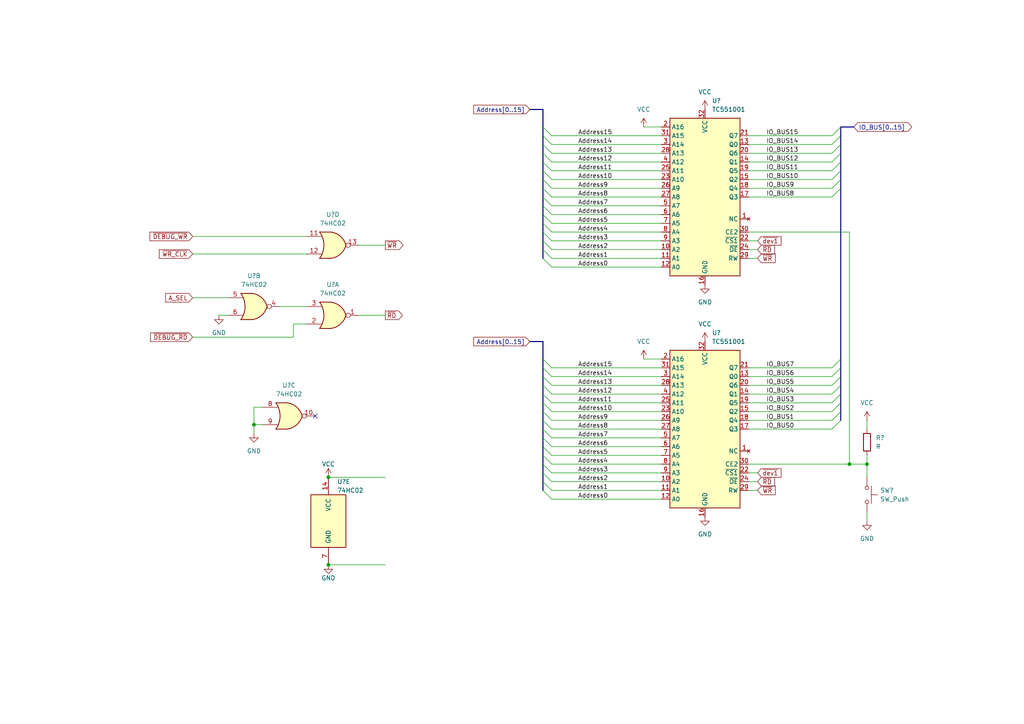
<source format=kicad_sch>
(kicad_sch (version 20211123) (generator eeschema)
  (paper "A4")
  (lib_symbols
    (symbol "74xx:74HC02" (pin_names (offset 1.016))
      (property "Reference" "U" (at 0 1.27 0))
      (property "Value" "74HC02" (at 0 -1.27 0))
      (symbol "74HC02_1_1"
        (arc (start -3.81 -3.81) (mid -2.589 0) (end -3.81 3.81) (stroke (width 0.254)))
        (arc (start -0.6096 -3.81) (mid 2.1842 -2.5851) (end 3.81 0) (stroke (width 0.254)) (fill (type background)))
        (polyline (pts (xy -3.81 -3.81) (xy -0.635 -3.81)) (stroke (width 0.254)) (fill (type background)))
        (polyline (pts (xy -3.81 3.81) (xy -0.635 3.81)) (stroke (width 0.254)) (fill (type background)))
        (polyline (pts (xy -0.635 3.81) (xy -3.81 3.81) (xy -3.81 3.81) (xy -3.556 3.4036) (xy -3.0226 2.2606) (xy -2.6924 1.0414) (xy -2.6162 -0.254) (xy -2.7686 -1.4986) (xy -3.175 -2.7178) (xy -3.81 -3.81) (xy -3.81 -3.81) (xy -0.635 -3.81)) (stroke (width -25.4)) (fill (type background)))
        (arc (start 3.81 0) (mid 2.1915 2.5936) (end -0.6096 3.81) (stroke (width 0.254)) (fill (type background)))
        (pin output inverted (at 7.62 0 180) (length 3.81) (name "~") (number "1"))
        (pin input line (at -7.62 2.54 0) (length 4.318) (name "~") (number "2"))
        (pin input line (at -7.62 -2.54 0) (length 4.318) (name "~") (number "3"))
      )
      (symbol "74HC02_1_2"
        (arc (start 0 -3.81) (mid 3.81 0) (end 0 3.81) (stroke (width 0.254)) (fill (type background)))
        (polyline (pts (xy 0 3.81) (xy -3.81 3.81) (xy -3.81 -3.81) (xy 0 -3.81)) (stroke (width 0.254)) (fill (type background)))
        (pin output line (at 7.62 0 180) (length 3.81) (name "~") (number "1"))
        (pin input inverted (at -7.62 2.54 0) (length 3.81) (name "~") (number "2"))
        (pin input inverted (at -7.62 -2.54 0) (length 3.81) (name "~") (number "3"))
      )
      (symbol "74HC02_2_1"
        (arc (start -3.81 -3.81) (mid -2.589 0) (end -3.81 3.81) (stroke (width 0.254)))
        (arc (start -0.6096 -3.81) (mid 2.1842 -2.5851) (end 3.81 0) (stroke (width 0.254)) (fill (type background)))
        (polyline (pts (xy -3.81 -3.81) (xy -0.635 -3.81)) (stroke (width 0.254)) (fill (type background)))
        (polyline (pts (xy -3.81 3.81) (xy -0.635 3.81)) (stroke (width 0.254)) (fill (type background)))
        (polyline (pts (xy -0.635 3.81) (xy -3.81 3.81) (xy -3.81 3.81) (xy -3.556 3.4036) (xy -3.0226 2.2606) (xy -2.6924 1.0414) (xy -2.6162 -0.254) (xy -2.7686 -1.4986) (xy -3.175 -2.7178) (xy -3.81 -3.81) (xy -3.81 -3.81) (xy -0.635 -3.81)) (stroke (width -25.4)) (fill (type background)))
        (arc (start 3.81 0) (mid 2.1915 2.5936) (end -0.6096 3.81) (stroke (width 0.254)) (fill (type background)))
        (pin output inverted (at 7.62 0 180) (length 3.81) (name "~") (number "4"))
        (pin input line (at -7.62 2.54 0) (length 4.318) (name "~") (number "5"))
        (pin input line (at -7.62 -2.54 0) (length 4.318) (name "~") (number "6"))
      )
      (symbol "74HC02_2_2"
        (arc (start 0 -3.81) (mid 3.81 0) (end 0 3.81) (stroke (width 0.254)) (fill (type background)))
        (polyline (pts (xy 0 3.81) (xy -3.81 3.81) (xy -3.81 -3.81) (xy 0 -3.81)) (stroke (width 0.254)) (fill (type background)))
        (pin output line (at 7.62 0 180) (length 3.81) (name "~") (number "4"))
        (pin input inverted (at -7.62 2.54 0) (length 3.81) (name "~") (number "5"))
        (pin input inverted (at -7.62 -2.54 0) (length 3.81) (name "~") (number "6"))
      )
      (symbol "74HC02_3_1"
        (arc (start -3.81 -3.81) (mid -2.589 0) (end -3.81 3.81) (stroke (width 0.254)))
        (arc (start -0.6096 -3.81) (mid 2.1842 -2.5851) (end 3.81 0) (stroke (width 0.254)) (fill (type background)))
        (polyline (pts (xy -3.81 -3.81) (xy -0.635 -3.81)) (stroke (width 0.254)) (fill (type background)))
        (polyline (pts (xy -3.81 3.81) (xy -0.635 3.81)) (stroke (width 0.254)) (fill (type background)))
        (polyline (pts (xy -0.635 3.81) (xy -3.81 3.81) (xy -3.81 3.81) (xy -3.556 3.4036) (xy -3.0226 2.2606) (xy -2.6924 1.0414) (xy -2.6162 -0.254) (xy -2.7686 -1.4986) (xy -3.175 -2.7178) (xy -3.81 -3.81) (xy -3.81 -3.81) (xy -0.635 -3.81)) (stroke (width -25.4)) (fill (type background)))
        (arc (start 3.81 0) (mid 2.1915 2.5936) (end -0.6096 3.81) (stroke (width 0.254)) (fill (type background)))
        (pin output inverted (at 7.62 0 180) (length 3.81) (name "~") (number "10"))
        (pin input line (at -7.62 2.54 0) (length 4.318) (name "~") (number "8"))
        (pin input line (at -7.62 -2.54 0) (length 4.318) (name "~") (number "9"))
      )
      (symbol "74HC02_3_2"
        (arc (start 0 -3.81) (mid 3.81 0) (end 0 3.81) (stroke (width 0.254)) (fill (type background)))
        (polyline (pts (xy 0 3.81) (xy -3.81 3.81) (xy -3.81 -3.81) (xy 0 -3.81)) (stroke (width 0.254)) (fill (type background)))
        (pin output line (at 7.62 0 180) (length 3.81) (name "~") (number "10"))
        (pin input inverted (at -7.62 2.54 0) (length 3.81) (name "~") (number "8"))
        (pin input inverted (at -7.62 -2.54 0) (length 3.81) (name "~") (number "9"))
      )
      (symbol "74HC02_4_1"
        (arc (start -3.81 -3.81) (mid -2.589 0) (end -3.81 3.81) (stroke (width 0.254)))
        (arc (start -0.6096 -3.81) (mid 2.1842 -2.5851) (end 3.81 0) (stroke (width 0.254)) (fill (type background)))
        (polyline (pts (xy -3.81 -3.81) (xy -0.635 -3.81)) (stroke (width 0.254)) (fill (type background)))
        (polyline (pts (xy -3.81 3.81) (xy -0.635 3.81)) (stroke (width 0.254)) (fill (type background)))
        (polyline (pts (xy -0.635 3.81) (xy -3.81 3.81) (xy -3.81 3.81) (xy -3.556 3.4036) (xy -3.0226 2.2606) (xy -2.6924 1.0414) (xy -2.6162 -0.254) (xy -2.7686 -1.4986) (xy -3.175 -2.7178) (xy -3.81 -3.81) (xy -3.81 -3.81) (xy -0.635 -3.81)) (stroke (width -25.4)) (fill (type background)))
        (arc (start 3.81 0) (mid 2.1915 2.5936) (end -0.6096 3.81) (stroke (width 0.254)) (fill (type background)))
        (pin input line (at -7.62 2.54 0) (length 4.318) (name "~") (number "11"))
        (pin input line (at -7.62 -2.54 0) (length 4.318) (name "~") (number "12"))
        (pin output inverted (at 7.62 0 180) (length 3.81) (name "~") (number "13"))
      )
      (symbol "74HC02_4_2"
        (arc (start 0 -3.81) (mid 3.81 0) (end 0 3.81) (stroke (width 0.254)) (fill (type background)))
        (polyline (pts (xy 0 3.81) (xy -3.81 3.81) (xy -3.81 -3.81) (xy 0 -3.81)) (stroke (width 0.254)) (fill (type background)))
        (pin input inverted (at -7.62 2.54 0) (length 3.81) (name "~") (number "11"))
        (pin input inverted (at -7.62 -2.54 0) (length 3.81) (name "~") (number "12"))
        (pin output line (at 7.62 0 180) (length 3.81) (name "~") (number "13"))
      )
      (symbol "74HC02_5_0"
        (pin power_in line (at 0 12.7 270) (length 5.08) (name "VCC") (number "14"))
        (pin power_in line (at 0 -12.7 90) (length 5.08) (name "GND") (number "7"))
      )
      (symbol "74HC02_5_1"
        (rectangle (start -5.08 7.62) (end 5.08 -7.62) (stroke (width 0.254)) (fill (type background)))
      )
    )
    (symbol "Device:R" (pin_numbers hide) (pin_names (offset 0))
      (property "Reference" "R" (at 2.032 0 90))
      (property "Value" "R" (at 0 0 90))
      (symbol "R_0_1"
        (rectangle (start -1.016 -2.54) (end 1.016 2.54) (stroke (width 0.254)))
      )
      (symbol "R_1_1"
        (pin passive line (at 0 3.81 270) (length 1.27) (name "~") (number "1"))
        (pin passive line (at 0 -3.81 90) (length 1.27) (name "~") (number "2"))
      )
    )
    (symbol "RAM_ROM:TC551001"
      (property "Reference" "U" (at -10.16 23.495 0))
      (property "Value" "TC551001" (at 2.54 23.495 0))
      (symbol "TC551001_0_0"
        (pin power_in line (at 0 -25.4 90) (length 2.54) (name "GND") (number "16"))
        (pin power_in line (at 0 25.4 270) (length 2.54) (name "VCC") (number "32"))
      )
      (symbol "TC551001_0_1"
        (rectangle (start -10.16 22.86) (end 10.16 -22.86) (stroke (width 0.254)) (fill (type background)))
      )
      (symbol "TC551001_1_1"
        (pin no_connect line (at 12.7 -6.35 180) (length 2.54) (name "NC") (number "1"))
        (pin input line (at -12.7 -15.24 0) (length 2.54) (name "A2") (number "10"))
        (pin input line (at -12.7 -17.78 0) (length 2.54) (name "A1") (number "11"))
        (pin input line (at -12.7 -20.32 0) (length 2.54) (name "A0") (number "12"))
        (pin tri_state line (at 12.7 15.24 180) (length 2.54) (name "Q0") (number "13"))
        (pin tri_state line (at 12.7 10.16 180) (length 2.54) (name "Q1") (number "14"))
        (pin tri_state line (at 12.7 5.08 180) (length 2.54) (name "Q2") (number "15"))
        (pin tri_state line (at 12.7 0 180) (length 2.54) (name "Q3") (number "17"))
        (pin tri_state line (at 12.7 2.54 180) (length 2.54) (name "Q4") (number "18"))
        (pin tri_state line (at 12.7 7.62 180) (length 2.54) (name "Q5") (number "19"))
        (pin input line (at -12.7 20.32 0) (length 2.54) (name "A16") (number "2"))
        (pin tri_state line (at 12.7 12.7 180) (length 2.54) (name "Q6") (number "20"))
        (pin tri_state line (at 12.7 17.78 180) (length 2.54) (name "Q7") (number "21"))
        (pin input line (at 12.7 -12.7 180) (length 2.54) (name "~{CS1}") (number "22"))
        (pin input line (at -12.7 5.08 0) (length 2.54) (name "A10") (number "23"))
        (pin input line (at 12.7 -15.24 180) (length 2.54) (name "~{OE}") (number "24"))
        (pin input line (at -12.7 7.62 0) (length 2.54) (name "A11") (number "25"))
        (pin input line (at -12.7 2.54 0) (length 2.54) (name "A9") (number "26"))
        (pin input line (at -12.7 0 0) (length 2.54) (name "A8") (number "27"))
        (pin input line (at -12.7 12.7 0) (length 2.54) (name "A13") (number "28"))
        (pin input line (at 12.7 -17.78 180) (length 2.54) (name "RW") (number "29"))
        (pin input line (at -12.7 15.24 0) (length 2.54) (name "A14") (number "3"))
        (pin input line (at 12.7 -10.16 180) (length 2.54) (name "CE2") (number "30"))
        (pin input line (at -12.7 17.78 0) (length 2.54) (name "A15") (number "31"))
        (pin input line (at -12.7 10.16 0) (length 2.54) (name "A12") (number "4"))
        (pin input line (at -12.7 -2.54 0) (length 2.54) (name "A7") (number "5"))
        (pin input line (at -12.7 -5.08 0) (length 2.54) (name "A6") (number "6"))
        (pin input line (at -12.7 -7.62 0) (length 2.54) (name "A5") (number "7"))
        (pin input line (at -12.7 -10.16 0) (length 2.54) (name "A4") (number "8"))
        (pin input line (at -12.7 -12.7 0) (length 2.54) (name "A3") (number "9"))
      )
    )
    (symbol "Switch:SW_Push" (pin_numbers hide) (pin_names (offset 1.016) hide)
      (property "Reference" "SW" (at 1.27 2.54 0))
      (property "Value" "SW_Push" (at 0 -1.524 0))
      (symbol "SW_Push_0_1"
        (circle (center -2.032 0) (radius 0.508))
        (polyline (pts (xy 0 1.27) (xy 0 3.048)))
        (polyline (pts (xy 2.54 1.27) (xy -2.54 1.27)))
        (circle (center 2.032 0) (radius 0.508))
        (pin passive line (at -5.08 0 0) (length 2.54) (name "1") (number "1"))
        (pin passive line (at 5.08 0 180) (length 2.54) (name "2") (number "2"))
      )
    )
    (symbol "power:GND" (power) (pin_names (offset 0))
      (property "Value" "GND" (at 0 -3.81 0))
      (symbol "GND_0_1"
        (polyline (pts (xy 0 0) (xy 0 -1.27) (xy 1.27 -1.27) (xy 0 -2.54) (xy -1.27 -1.27) (xy 0 -1.27)))
      )
      (symbol "GND_1_1"
        (pin power_in line (at 0 0 270) (length 0) hide (name "GND") (number "1"))
      )
    )
    (symbol "power:VCC" (power) (pin_names (offset 0))
      (property "Value" "VCC" (at 0 3.81 0))
      (symbol "VCC_0_1"
        (polyline (pts (xy -0.762 1.27) (xy 0 2.54)))
        (polyline (pts (xy 0 0) (xy 0 2.54)))
        (polyline (pts (xy 0 2.54) (xy 0.762 1.27)))
      )
      (symbol "VCC_1_1"
        (pin power_in line (at 0 0 90) (length 0) hide (name "VCC") (number "1"))
      )
    )
  )
  (junction (at 95.25 163.83))
  (junction (at 246.38 134.62))
  (junction (at 95.25 138.43))
  (junction (at 251.46 134.62))
  (junction (at 73.66 123.19))
  (no_connect (at 91.44 120.65))
  (bus_entry (at 157.48 44.45) (size 2.54 2.54))
  (bus_entry (at 157.48 119.38) (size 2.54 2.54))
  (bus_entry (at 243.84 106.68) (size -2.54 2.54))
  (bus_entry (at 157.48 54.61) (size 2.54 2.54))
  (bus_entry (at 157.48 139.7) (size 2.54 2.54))
  (bus_entry (at 243.84 46.99) (size -2.54 2.54))
  (bus_entry (at 243.84 44.45) (size -2.54 2.54))
  (bus_entry (at 157.48 41.91) (size 2.54 2.54))
  (bus_entry (at 243.84 54.61) (size -2.54 2.54))
  (bus_entry (at 243.84 41.91) (size -2.54 2.54))
  (bus_entry (at 157.48 52.07) (size 2.54 2.54))
  (bus_entry (at 157.48 137.16) (size 2.54 2.54))
  (bus_entry (at 157.48 129.54) (size 2.54 2.54))
  (bus_entry (at 157.48 142.24) (size 2.54 2.54))
  (bus_entry (at 243.84 121.92) (size -2.54 2.54))
  (bus_entry (at 243.84 114.3) (size -2.54 2.54))
  (bus_entry (at 157.48 124.46) (size 2.54 2.54))
  (bus_entry (at 243.84 104.14) (size -2.54 2.54))
  (bus_entry (at 157.48 69.85) (size 2.54 2.54))
  (bus_entry (at 157.48 127) (size 2.54 2.54))
  (bus_entry (at 157.48 67.31) (size 2.54 2.54))
  (bus_entry (at 157.48 72.39) (size 2.54 2.54))
  (bus_entry (at 157.48 104.14) (size 2.54 2.54))
  (bus_entry (at 157.48 64.77) (size 2.54 2.54))
  (bus_entry (at 157.48 134.62) (size 2.54 2.54))
  (bus_entry (at 157.48 36.83) (size 2.54 2.54))
  (bus_entry (at 157.48 62.23) (size 2.54 2.54))
  (bus_entry (at 157.48 57.15) (size 2.54 2.54))
  (bus_entry (at 157.48 114.3) (size 2.54 2.54))
  (bus_entry (at 157.48 132.08) (size 2.54 2.54))
  (bus_entry (at 243.84 36.83) (size -2.54 2.54))
  (bus_entry (at 243.84 39.37) (size -2.54 2.54))
  (bus_entry (at 157.48 121.92) (size 2.54 2.54))
  (bus_entry (at 243.84 119.38) (size -2.54 2.54))
  (bus_entry (at 243.84 116.84) (size -2.54 2.54))
  (bus_entry (at 157.48 46.99) (size 2.54 2.54))
  (bus_entry (at 243.84 109.22) (size -2.54 2.54))
  (bus_entry (at 243.84 52.07) (size -2.54 2.54))
  (bus_entry (at 157.48 49.53) (size 2.54 2.54))
  (bus_entry (at 157.48 59.69) (size 2.54 2.54))
  (bus_entry (at 157.48 39.37) (size 2.54 2.54))
  (bus_entry (at 157.48 111.76) (size 2.54 2.54))
  (bus_entry (at 157.48 74.93) (size 2.54 2.54))
  (bus_entry (at 157.48 116.84) (size 2.54 2.54))
  (bus_entry (at 243.84 111.76) (size -2.54 2.54))
  (bus_entry (at 157.48 109.22) (size 2.54 2.54))
  (bus_entry (at 157.48 106.68) (size 2.54 2.54))
  (bus_entry (at 243.84 49.53) (size -2.54 2.54))
  (wire (pts (xy 55.88 73.66) (xy 88.9 73.66)))
  (wire (pts (xy 160.02 39.37) (xy 191.77 39.37)))
  (wire (pts (xy 241.3 44.45) (xy 217.17 44.45)))
  (wire (pts (xy 88.9 93.98) (xy 85.09 93.98)))
  (bus (pts (xy 157.48 109.22) (xy 157.48 111.76)))
  (wire (pts (xy 241.3 106.68) (xy 217.17 106.68)))
  (wire (pts (xy 73.66 123.19) (xy 73.66 118.11)))
  (bus (pts (xy 243.84 111.76) (xy 243.84 114.3)))
  (bus (pts (xy 243.84 119.38) (xy 243.84 121.92)))
  (wire (pts (xy 160.02 74.93) (xy 191.77 74.93)))
  (bus (pts (xy 243.84 52.07) (xy 243.84 54.61)))
  (bus (pts (xy 157.48 52.07) (xy 157.48 54.61)))
  (wire (pts (xy 160.02 46.99) (xy 191.77 46.99)))
  (bus (pts (xy 157.48 132.08) (xy 157.48 134.62)))
  (wire (pts (xy 241.3 109.22) (xy 217.17 109.22)))
  (wire (pts (xy 160.02 62.23) (xy 191.77 62.23)))
  (wire (pts (xy 241.3 46.99) (xy 217.17 46.99)))
  (bus (pts (xy 157.48 57.15) (xy 157.48 59.69)))
  (wire (pts (xy 241.3 111.76) (xy 217.17 111.76)))
  (bus (pts (xy 157.48 39.37) (xy 157.48 41.91)))
  (bus (pts (xy 157.48 46.99) (xy 157.48 49.53)))
  (wire (pts (xy 55.88 86.36) (xy 66.04 86.36)))
  (bus (pts (xy 243.84 109.22) (xy 243.84 111.76)))
  (wire (pts (xy 160.02 137.16) (xy 191.77 137.16)))
  (wire (pts (xy 251.46 134.62) (xy 251.46 138.43)))
  (wire (pts (xy 241.3 121.92) (xy 217.17 121.92)))
  (wire (pts (xy 251.46 132.08) (xy 251.46 134.62)))
  (wire (pts (xy 251.46 121.92) (xy 251.46 124.46)))
  (wire (pts (xy 241.3 116.84) (xy 217.17 116.84)))
  (bus (pts (xy 157.48 31.75) (xy 157.48 36.83)))
  (wire (pts (xy 219.71 139.7) (xy 217.17 139.7)))
  (bus (pts (xy 157.48 106.68) (xy 157.48 109.22)))
  (bus (pts (xy 157.48 54.61) (xy 157.48 57.15)))
  (bus (pts (xy 157.48 129.54) (xy 157.48 132.08)))
  (wire (pts (xy 241.3 114.3) (xy 217.17 114.3)))
  (wire (pts (xy 85.09 93.98) (xy 85.09 97.79)))
  (wire (pts (xy 55.88 97.79) (xy 85.09 97.79)))
  (wire (pts (xy 219.71 72.39) (xy 217.17 72.39)))
  (wire (pts (xy 160.02 106.68) (xy 191.77 106.68)))
  (wire (pts (xy 219.71 137.16) (xy 217.17 137.16)))
  (wire (pts (xy 241.3 57.15) (xy 217.17 57.15)))
  (wire (pts (xy 160.02 41.91) (xy 191.77 41.91)))
  (wire (pts (xy 104.14 71.12) (xy 111.76 71.12)))
  (bus (pts (xy 243.84 106.68) (xy 243.84 109.22)))
  (bus (pts (xy 157.48 134.62) (xy 157.48 137.16)))
  (wire (pts (xy 160.02 72.39) (xy 191.77 72.39)))
  (wire (pts (xy 160.02 109.22) (xy 191.77 109.22)))
  (wire (pts (xy 160.02 121.92) (xy 191.77 121.92)))
  (bus (pts (xy 157.48 44.45) (xy 157.48 46.99)))
  (wire (pts (xy 160.02 59.69) (xy 191.77 59.69)))
  (wire (pts (xy 160.02 124.46) (xy 191.77 124.46)))
  (wire (pts (xy 55.88 68.58) (xy 88.9 68.58)))
  (wire (pts (xy 219.71 69.85) (xy 217.17 69.85)))
  (wire (pts (xy 160.02 114.3) (xy 191.77 114.3)))
  (bus (pts (xy 157.48 59.69) (xy 157.48 62.23)))
  (wire (pts (xy 160.02 44.45) (xy 191.77 44.45)))
  (bus (pts (xy 157.48 36.83) (xy 157.48 39.37)))
  (bus (pts (xy 243.84 54.61) (xy 243.84 104.14)))
  (wire (pts (xy 241.3 52.07) (xy 217.17 52.07)))
  (wire (pts (xy 219.71 74.93) (xy 217.17 74.93)))
  (bus (pts (xy 157.48 127) (xy 157.48 129.54)))
  (bus (pts (xy 243.84 44.45) (xy 243.84 46.99)))
  (bus (pts (xy 157.48 124.46) (xy 157.48 127)))
  (wire (pts (xy 160.02 116.84) (xy 191.77 116.84)))
  (bus (pts (xy 243.84 116.84) (xy 243.84 119.38)))
  (wire (pts (xy 241.3 41.91) (xy 217.17 41.91)))
  (wire (pts (xy 186.69 104.14) (xy 191.77 104.14)))
  (wire (pts (xy 73.66 118.11) (xy 76.2 118.11)))
  (wire (pts (xy 160.02 77.47) (xy 191.77 77.47)))
  (wire (pts (xy 160.02 142.24) (xy 191.77 142.24)))
  (bus (pts (xy 157.48 99.06) (xy 157.48 104.14)))
  (wire (pts (xy 95.25 138.43) (xy 111.76 138.43)))
  (bus (pts (xy 157.48 121.92) (xy 157.48 124.46)))
  (wire (pts (xy 241.3 119.38) (xy 217.17 119.38)))
  (wire (pts (xy 241.3 124.46) (xy 217.17 124.46)))
  (bus (pts (xy 153.67 31.75) (xy 157.48 31.75)))
  (wire (pts (xy 160.02 127) (xy 191.77 127)))
  (wire (pts (xy 73.66 123.19) (xy 76.2 123.19)))
  (bus (pts (xy 157.48 62.23) (xy 157.48 64.77)))
  (wire (pts (xy 66.04 91.44) (xy 63.5 91.44)))
  (wire (pts (xy 160.02 49.53) (xy 191.77 49.53)))
  (wire (pts (xy 160.02 67.31) (xy 191.77 67.31)))
  (bus (pts (xy 157.48 72.39) (xy 157.48 74.93)))
  (wire (pts (xy 160.02 144.78) (xy 191.77 144.78)))
  (bus (pts (xy 243.84 39.37) (xy 243.84 41.91)))
  (wire (pts (xy 160.02 52.07) (xy 191.77 52.07)))
  (bus (pts (xy 157.48 41.91) (xy 157.48 44.45)))
  (wire (pts (xy 241.3 39.37) (xy 217.17 39.37)))
  (wire (pts (xy 160.02 139.7) (xy 191.77 139.7)))
  (wire (pts (xy 251.46 151.13) (xy 251.46 148.59)))
  (bus (pts (xy 243.84 49.53) (xy 243.84 52.07)))
  (bus (pts (xy 157.48 139.7) (xy 157.48 142.24)))
  (wire (pts (xy 160.02 129.54) (xy 191.77 129.54)))
  (bus (pts (xy 153.67 99.06) (xy 157.48 99.06)))
  (wire (pts (xy 160.02 111.76) (xy 191.77 111.76)))
  (bus (pts (xy 243.84 46.99) (xy 243.84 49.53)))
  (wire (pts (xy 73.66 125.73) (xy 73.66 123.19)))
  (bus (pts (xy 157.48 67.31) (xy 157.48 69.85)))
  (wire (pts (xy 217.17 134.62) (xy 246.38 134.62)))
  (wire (pts (xy 160.02 134.62) (xy 191.77 134.62)))
  (wire (pts (xy 160.02 57.15) (xy 191.77 57.15)))
  (wire (pts (xy 104.14 91.44) (xy 111.76 91.44)))
  (wire (pts (xy 160.02 69.85) (xy 191.77 69.85)))
  (wire (pts (xy 160.02 64.77) (xy 191.77 64.77)))
  (wire (pts (xy 160.02 54.61) (xy 191.77 54.61)))
  (bus (pts (xy 157.48 137.16) (xy 157.48 139.7)))
  (wire (pts (xy 160.02 119.38) (xy 191.77 119.38)))
  (wire (pts (xy 160.02 132.08) (xy 191.77 132.08)))
  (wire (pts (xy 246.38 67.31) (xy 246.38 134.62)))
  (bus (pts (xy 157.48 116.84) (xy 157.48 119.38)))
  (bus (pts (xy 157.48 119.38) (xy 157.48 121.92)))
  (bus (pts (xy 243.84 36.83) (xy 243.84 39.37)))
  (wire (pts (xy 246.38 134.62) (xy 251.46 134.62)))
  (bus (pts (xy 243.84 41.91) (xy 243.84 44.45)))
  (wire (pts (xy 186.69 36.83) (xy 191.77 36.83)))
  (bus (pts (xy 157.48 104.14) (xy 157.48 106.68)))
  (wire (pts (xy 241.3 54.61) (xy 217.17 54.61)))
  (wire (pts (xy 217.17 67.31) (xy 246.38 67.31)))
  (wire (pts (xy 81.28 88.9) (xy 88.9 88.9)))
  (bus (pts (xy 157.48 64.77) (xy 157.48 67.31)))
  (bus (pts (xy 243.84 114.3) (xy 243.84 116.84)))
  (bus (pts (xy 247.65 36.83) (xy 243.84 36.83)))
  (wire (pts (xy 219.71 142.24) (xy 217.17 142.24)))
  (bus (pts (xy 157.48 49.53) (xy 157.48 52.07)))
  (bus (pts (xy 157.48 69.85) (xy 157.48 72.39)))
  (bus (pts (xy 243.84 104.14) (xy 243.84 106.68)))
  (bus (pts (xy 157.48 114.3) (xy 157.48 116.84)))
  (wire (pts (xy 95.25 163.83) (xy 111.76 163.83)))
  (wire (pts (xy 241.3 49.53) (xy 217.17 49.53)))
  (bus (pts (xy 157.48 111.76) (xy 157.48 114.3)))
  (label "IO_BUS13" (at 222.25 44.45 0))
  (label "IO_BUS9" (at 222.25 54.61 0))
  (label "IO_BUS8" (at 222.25 57.15 0))
  (label "IO_BUS14" (at 222.25 41.91 0))
  (label "Address8" (at 167.64 57.15 0))
  (label "Address10" (at 167.64 52.07 0))
  (label "Address7" (at 167.64 127 0))
  (label "IO_BUS2" (at 222.25 119.38 0))
  (label "IO_BUS11" (at 222.25 49.53 0))
  (label "Address6" (at 167.64 129.54 0))
  (label "Address1" (at 167.64 142.24 0))
  (label "Address3" (at 167.64 69.85 0))
  (label "IO_BUS10" (at 222.25 52.07 0))
  (label "Address0" (at 167.64 144.78 0))
  (label "Address7" (at 167.64 59.69 0))
  (label "IO_BUS3" (at 222.25 116.84 0))
  (label "Address12" (at 167.64 114.3 0))
  (label "Address8" (at 167.64 124.46 0))
  (label "IO_BUS4" (at 222.25 114.3 0))
  (label "Address2" (at 167.64 139.7 0))
  (label "Address12" (at 167.64 46.99 0))
  (label "Address13" (at 167.64 111.76 0))
  (label "Address13" (at 167.64 44.45 0))
  (label "IO_BUS12" (at 222.25 46.99 0))
  (label "Address10" (at 167.64 119.38 0))
  (label "Address14" (at 167.64 109.22 0))
  (label "IO_BUS7" (at 222.25 106.68 0))
  (label "IO_BUS1" (at 222.25 121.92 0))
  (label "Address5" (at 167.64 132.08 0))
  (label "Address1" (at 167.64 74.93 0))
  (label "Address15" (at 167.64 39.37 0))
  (label "Address15" (at 167.64 106.68 0))
  (label "Address4" (at 167.64 134.62 0))
  (label "Address3" (at 167.64 137.16 0))
  (label "Address11" (at 167.64 49.53 0))
  (label "Address0" (at 167.64 77.47 0))
  (label "Address14" (at 167.64 41.91 0))
  (label "Address9" (at 167.64 54.61 0))
  (label "Address11" (at 167.64 116.84 0))
  (label "Address6" (at 167.64 62.23 0))
  (label "IO_BUS0" (at 222.25 124.46 0))
  (label "IO_BUS6" (at 222.25 109.22 0))
  (label "Address9" (at 167.64 121.92 0))
  (label "Address2" (at 167.64 72.39 0))
  (label "Address4" (at 167.64 67.31 0))
  (label "IO_BUS15" (at 222.25 39.37 0))
  (label "IO_BUS5" (at 222.25 111.76 0))
  (label "Address5" (at 167.64 64.77 0))
  (global_label "~{RD}" (shape input) (at 219.71 72.39 0) (property "Intersheet References" "${INTERSHEET_REFS}" (effects hide)))
  (global_label "Address[0..15]" (shape input) (at 153.67 99.06 180) (property "Intersheet References" "${INTERSHEET_REFS}" (effects hide)))
  (global_label "~{WR}" (shape output) (at 111.76 71.12 0) (property "Intersheet References" "${INTERSHEET_REFS}" (effects hide)))
  (global_label "~{dev1}" (shape input) (at 219.71 69.85 0) (property "Intersheet References" "${INTERSHEET_REFS}" (effects hide)))
  (global_label "~{WR}" (shape input) (at 219.71 142.24 0) (property "Intersheet References" "${INTERSHEET_REFS}" (effects hide)))
  (global_label "~{WR}" (shape input) (at 219.71 74.93 0) (property "Intersheet References" "${INTERSHEET_REFS}" (effects hide)))
  (global_label "Address[0..15]" (shape input) (at 153.67 31.75 180) (property "Intersheet References" "${INTERSHEET_REFS}" (effects hide)))
  (global_label "IO_BUS[0..15]" (shape bidirectional) (at 247.65 36.83 0) (property "Intersheet References" "${INTERSHEET_REFS}" (effects hide)))
  (global_label "~{WR_CLK}" (shape input) (at 55.88 73.66 180) (property "Intersheet References" "${INTERSHEET_REFS}" (effects hide)))
  (global_label "~{dev1}" (shape input) (at 219.71 137.16 0) (property "Intersheet References" "${INTERSHEET_REFS}" (effects hide)))
  (global_label "~{RD}" (shape output) (at 111.76 91.44 0) (property "Intersheet References" "${INTERSHEET_REFS}" (effects hide)))
  (global_label "A_SEL" (shape input) (at 55.88 86.36 180) (property "Intersheet References" "${INTERSHEET_REFS}" (effects hide)))
  (global_label "~{DEBUG_RD}" (shape input) (at 55.88 97.79 180) (property "Intersheet References" "${INTERSHEET_REFS}" (effects hide)))
  (global_label "~{RD}" (shape input) (at 219.71 139.7 0) (property "Intersheet References" "${INTERSHEET_REFS}" (effects hide)))
  (global_label "~{DEBUG_WR}" (shape input) (at 55.88 68.58 180) (property "Intersheet References" "${INTERSHEET_REFS}" (effects hide)))
  (symbol (lib_id "RAM_ROM:TC551001") (at 204.47 57.15 0) (unit 1)
    (property "Reference" "U?" (at 206.4894 29.21 0) (effects (justify left)))
    (property "Value" "TC551001" (at 206.4894 31.75 0) (effects (justify left)))
    (property "Footprint" "Package_DIP:DIP-32_W15.24mm" (effects hide))
  )
  (symbol (lib_id "Switch:SW_Push") (at 251.46 143.51 270) (unit 1)
    (property "Reference" "SW?" (at 255.27 142.2399 90) (effects (justify left)))
    (property "Value" "SW_Push" (at 255.27 144.7799 90) (effects (justify left)))
    (property "Footprint" "Button_Switch_THT:SW_PUSH-12mm" (effects hide))
  )
  (symbol (lib_id "74xx:74HC02") (at 96.52 91.44 0) (mirror x) (unit 1)
    (property "Reference" "U?" (at 96.52 82.55 0))
    (property "Value" "74HC02" (at 96.52 85.09 0))
    (property "Footprint" "Package_DIP:DIP-14_W7.62mm" (effects hide))
    (property "Datasheet" "http://www.ti.com/lit/gpn/sn74hc02" (effects hide))
  )
  (symbol (lib_id "74xx:74HC02") (at 96.52 71.12 0) (unit 4)
    (property "Reference" "U?" (at 96.52 62.23 0))
    (property "Value" "74HC02" (at 96.52 64.77 0))
    (property "Footprint" "Package_DIP:DIP-14_W7.62mm" (effects hide))
    (property "Datasheet" "http://www.ti.com/lit/gpn/sn74hc02" (effects hide))
  )
  (symbol (lib_id "power:VCC") (at 186.69 104.14 0) (unit 1)
    (property "Reference" "#PWR?" (effects hide))
    (property "Value" "VCC" (at 186.69 99.06 0))
  )
  (symbol (lib_id "Device:R") (at 251.46 128.27 0) (unit 1)
    (property "Reference" "R?" (at 254 126.9999 0) (effects (justify left)))
    (property "Value" "R" (at 254 129.5399 0) (effects (justify left)))
    (property "Footprint" "Resistor_SMD:R_0603_1608Metric_Pad0.98x0.95mm_HandSolder" (effects hide))
  )
  (symbol (lib_id "power:VCC") (at 186.69 36.83 0) (unit 1)
    (property "Reference" "#PWR?" (effects hide))
    (property "Value" "VCC" (at 186.69 31.75 0))
  )
  (symbol (lib_id "74xx:74HC02") (at 95.25 151.13 0) (unit 5)
    (property "Reference" "U?" (at 97.79 139.7 0) (effects (justify left)))
    (property "Value" "74HC02" (at 97.79 142.24 0) (effects (justify left)))
    (property "Footprint" "Package_DIP:DIP-14_W7.62mm" (effects hide))
    (property "Datasheet" "http://www.ti.com/lit/gpn/sn74hc02" (effects hide))
  )
  (symbol (lib_id "74xx:74HC02") (at 83.82 120.65 0) (unit 3)
    (property "Reference" "U?" (at 83.82 111.76 0))
    (property "Value" "74HC02" (at 83.82 114.3 0))
    (property "Footprint" "Package_DIP:DIP-14_W7.62mm" (effects hide))
    (property "Datasheet" "http://www.ti.com/lit/gpn/sn74hc02" (effects hide))
  )
  (symbol (lib_id "power:GND") (at 204.47 82.55 0) (unit 1)
    (property "Reference" "#PWR?" (effects hide))
    (property "Value" "GND" (at 204.47 87.63 0))
  )
  (symbol (lib_id "RAM_ROM:TC551001") (at 204.47 124.46 0) (unit 1)
    (property "Reference" "U?" (at 206.4894 96.52 0) (effects (justify left)))
    (property "Value" "TC551001" (at 206.4894 99.06 0) (effects (justify left)))
    (property "Footprint" "Package_DIP:DIP-32_W15.24mm" (effects hide))
  )
  (symbol (lib_id "power:VCC") (at 95.25 138.43 0) (mirror y) (unit 1)
    (property "Reference" "#PWR?" (effects hide))
    (property "Value" "VCC" (at 95.25 134.62 0))
  )
  (symbol (lib_id "power:GND") (at 63.5 91.44 0) (unit 1)
    (property "Reference" "#PWR?" (effects hide))
    (property "Value" "GND" (at 63.5 96.52 0))
  )
  (symbol (lib_id "power:GND") (at 251.46 151.13 0) (unit 1)
    (property "Reference" "#PWR?" (effects hide))
    (property "Value" "GND" (at 251.46 156.21 0))
  )
  (symbol (lib_id "power:GND") (at 95.25 163.83 0) (mirror y) (unit 1)
    (property "Reference" "#PWR?" (effects hide))
    (property "Value" "GND" (at 95.25 167.64 0))
  )
  (symbol (lib_id "74xx:74HC02") (at 73.66 88.9 0) (unit 2)
    (property "Reference" "U?" (at 73.66 80.01 0))
    (property "Value" "74HC02" (at 73.66 82.55 0))
    (property "Footprint" "Package_DIP:DIP-14_W7.62mm" (effects hide))
    (property "Datasheet" "http://www.ti.com/lit/gpn/sn74hc02" (effects hide))
  )
  (symbol (lib_id "power:GND") (at 73.66 125.73 0) (unit 1)
    (property "Reference" "#PWR?" (effects hide))
    (property "Value" "GND" (at 73.66 130.81 0))
  )
  (symbol (lib_id "power:VCC") (at 204.47 31.75 0) (unit 1)
    (property "Reference" "#PWR?" (effects hide))
    (property "Value" "VCC" (at 204.47 26.67 0))
  )
  (symbol (lib_id "power:VCC") (at 204.47 99.06 0) (unit 1)
    (property "Reference" "#PWR?" (effects hide))
    (property "Value" "VCC" (at 204.47 93.98 0))
  )
  (symbol (lib_id "power:GND") (at 204.47 149.86 0) (unit 1)
    (property "Reference" "#PWR?" (effects hide))
    (property "Value" "GND" (at 204.47 154.94 0))
  )
  (symbol (lib_id "power:VCC") (at 251.46 121.92 0) (unit 1)
    (property "Reference" "#PWR?" (effects hide))
    (property "Value" "VCC" (at 251.46 116.84 0))
  )
)
</source>
